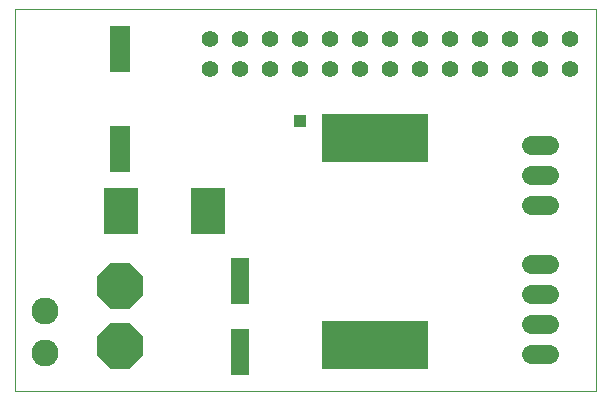
<source format=gts>
G75*
%MOIN*%
%OFA0B0*%
%FSLAX24Y24*%
%IPPOS*%
%LPD*%
%AMOC8*
5,1,8,0,0,1.08239X$1,22.5*
%
%ADD10C,0.0000*%
%ADD11C,0.0640*%
%ADD12R,0.1142X0.1536*%
%ADD13R,0.0670X0.1575*%
%ADD14OC8,0.1540*%
%ADD15R,0.0591X0.1536*%
%ADD16R,0.3583X0.1615*%
%ADD17C,0.0900*%
%ADD18R,0.0434X0.0434*%
%ADD19C,0.0555*%
D10*
X000680Y000680D02*
X000680Y013426D01*
X020050Y013426D01*
X020050Y000680D01*
X000680Y000680D01*
D11*
X017880Y001930D02*
X018480Y001930D01*
X018480Y002930D02*
X017880Y002930D01*
X017880Y003930D02*
X018480Y003930D01*
X018480Y004930D02*
X017880Y004930D01*
X017904Y006891D02*
X018504Y006891D01*
X018504Y007891D02*
X017904Y007891D01*
X017904Y008891D02*
X018504Y008891D01*
D12*
X007137Y006680D03*
X004223Y006680D03*
D13*
X004180Y008757D03*
X004180Y012103D03*
D14*
X004180Y004180D03*
X004180Y002180D03*
D15*
X008180Y001999D03*
X008180Y004361D03*
D16*
X012680Y002239D03*
X012680Y009113D03*
D17*
X001680Y003349D03*
X001680Y001971D03*
D18*
X010180Y009680D03*
D19*
X010180Y011430D03*
X009180Y011430D03*
X008180Y011430D03*
X007180Y011430D03*
X007180Y012430D03*
X008180Y012430D03*
X009180Y012430D03*
X010180Y012430D03*
X011180Y012430D03*
X012180Y012430D03*
X013180Y012430D03*
X014180Y012430D03*
X015180Y012430D03*
X016180Y012430D03*
X017180Y012430D03*
X018180Y012430D03*
X019180Y012430D03*
X019180Y011430D03*
X018180Y011430D03*
X017180Y011430D03*
X016180Y011430D03*
X015180Y011430D03*
X014180Y011430D03*
X013180Y011430D03*
X012180Y011430D03*
X011180Y011430D03*
M02*

</source>
